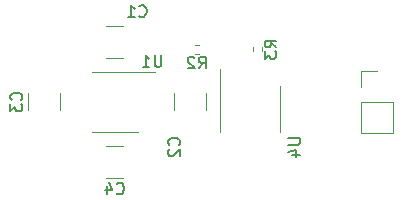
<source format=gbr>
%TF.GenerationSoftware,KiCad,Pcbnew,(6.0.0)*%
%TF.CreationDate,2022-12-15T22:30:45+01:00*%
%TF.ProjectId,current_measurement,63757272-656e-4745-9f6d-656173757265,2.0*%
%TF.SameCoordinates,Original*%
%TF.FileFunction,Legend,Bot*%
%TF.FilePolarity,Positive*%
%FSLAX46Y46*%
G04 Gerber Fmt 4.6, Leading zero omitted, Abs format (unit mm)*
G04 Created by KiCad (PCBNEW (6.0.0)) date 2022-12-15 22:30:45*
%MOMM*%
%LPD*%
G01*
G04 APERTURE LIST*
%ADD10C,0.150000*%
%ADD11C,0.120000*%
G04 APERTURE END LIST*
D10*
%TO.C,C4*%
X105576666Y-78857142D02*
X105624285Y-78904761D01*
X105767142Y-78952380D01*
X105862380Y-78952380D01*
X106005238Y-78904761D01*
X106100476Y-78809523D01*
X106148095Y-78714285D01*
X106195714Y-78523809D01*
X106195714Y-78380952D01*
X106148095Y-78190476D01*
X106100476Y-78095238D01*
X106005238Y-78000000D01*
X105862380Y-77952380D01*
X105767142Y-77952380D01*
X105624285Y-78000000D01*
X105576666Y-78047619D01*
X104719523Y-78285714D02*
X104719523Y-78952380D01*
X104957619Y-77904761D02*
X105195714Y-78619047D01*
X104576666Y-78619047D01*
%TO.C,C3*%
X97487142Y-70953333D02*
X97534761Y-70905714D01*
X97582380Y-70762857D01*
X97582380Y-70667619D01*
X97534761Y-70524761D01*
X97439523Y-70429523D01*
X97344285Y-70381904D01*
X97153809Y-70334285D01*
X97010952Y-70334285D01*
X96820476Y-70381904D01*
X96725238Y-70429523D01*
X96630000Y-70524761D01*
X96582380Y-70667619D01*
X96582380Y-70762857D01*
X96630000Y-70905714D01*
X96677619Y-70953333D01*
X96582380Y-71286666D02*
X96582380Y-71905714D01*
X96963333Y-71572380D01*
X96963333Y-71715238D01*
X97010952Y-71810476D01*
X97058571Y-71858095D01*
X97153809Y-71905714D01*
X97391904Y-71905714D01*
X97487142Y-71858095D01*
X97534761Y-71810476D01*
X97582380Y-71715238D01*
X97582380Y-71429523D01*
X97534761Y-71334285D01*
X97487142Y-71286666D01*
%TO.C,C2*%
X110847142Y-74763333D02*
X110894761Y-74715714D01*
X110942380Y-74572857D01*
X110942380Y-74477619D01*
X110894761Y-74334761D01*
X110799523Y-74239523D01*
X110704285Y-74191904D01*
X110513809Y-74144285D01*
X110370952Y-74144285D01*
X110180476Y-74191904D01*
X110085238Y-74239523D01*
X109990000Y-74334761D01*
X109942380Y-74477619D01*
X109942380Y-74572857D01*
X109990000Y-74715714D01*
X110037619Y-74763333D01*
X110037619Y-75144285D02*
X109990000Y-75191904D01*
X109942380Y-75287142D01*
X109942380Y-75525238D01*
X109990000Y-75620476D01*
X110037619Y-75668095D01*
X110132857Y-75715714D01*
X110228095Y-75715714D01*
X110370952Y-75668095D01*
X110942380Y-75096666D01*
X110942380Y-75715714D01*
%TO.C,C1*%
X107481666Y-63857142D02*
X107529285Y-63904761D01*
X107672142Y-63952380D01*
X107767380Y-63952380D01*
X107910238Y-63904761D01*
X108005476Y-63809523D01*
X108053095Y-63714285D01*
X108100714Y-63523809D01*
X108100714Y-63380952D01*
X108053095Y-63190476D01*
X108005476Y-63095238D01*
X107910238Y-63000000D01*
X107767380Y-62952380D01*
X107672142Y-62952380D01*
X107529285Y-63000000D01*
X107481666Y-63047619D01*
X106529285Y-63952380D02*
X107100714Y-63952380D01*
X106815000Y-63952380D02*
X106815000Y-62952380D01*
X106910238Y-63095238D01*
X107005476Y-63190476D01*
X107100714Y-63238095D01*
%TO.C,U4*%
X120102380Y-74168095D02*
X120911904Y-74168095D01*
X121007142Y-74215714D01*
X121054761Y-74263333D01*
X121102380Y-74358571D01*
X121102380Y-74549047D01*
X121054761Y-74644285D01*
X121007142Y-74691904D01*
X120911904Y-74739523D01*
X120102380Y-74739523D01*
X120435714Y-75644285D02*
X121102380Y-75644285D01*
X120054761Y-75406190D02*
X120769047Y-75168095D01*
X120769047Y-75787142D01*
%TO.C,U1*%
X109346904Y-67172380D02*
X109346904Y-67981904D01*
X109299285Y-68077142D01*
X109251666Y-68124761D01*
X109156428Y-68172380D01*
X108965952Y-68172380D01*
X108870714Y-68124761D01*
X108823095Y-68077142D01*
X108775476Y-67981904D01*
X108775476Y-67172380D01*
X107775476Y-68172380D02*
X108346904Y-68172380D01*
X108061190Y-68172380D02*
X108061190Y-67172380D01*
X108156428Y-67315238D01*
X108251666Y-67410476D01*
X108346904Y-67458095D01*
%TO.C,R3*%
X119097380Y-66508333D02*
X118621190Y-66175000D01*
X119097380Y-65936904D02*
X118097380Y-65936904D01*
X118097380Y-66317857D01*
X118145000Y-66413095D01*
X118192619Y-66460714D01*
X118287857Y-66508333D01*
X118430714Y-66508333D01*
X118525952Y-66460714D01*
X118573571Y-66413095D01*
X118621190Y-66317857D01*
X118621190Y-65936904D01*
X118097380Y-66841666D02*
X118097380Y-67460714D01*
X118478333Y-67127380D01*
X118478333Y-67270238D01*
X118525952Y-67365476D01*
X118573571Y-67413095D01*
X118668809Y-67460714D01*
X118906904Y-67460714D01*
X119002142Y-67413095D01*
X119049761Y-67365476D01*
X119097380Y-67270238D01*
X119097380Y-66984523D01*
X119049761Y-66889285D01*
X119002142Y-66841666D01*
%TO.C,R2*%
X112524166Y-68297380D02*
X112857500Y-67821190D01*
X113095595Y-68297380D02*
X113095595Y-67297380D01*
X112714642Y-67297380D01*
X112619404Y-67345000D01*
X112571785Y-67392619D01*
X112524166Y-67487857D01*
X112524166Y-67630714D01*
X112571785Y-67725952D01*
X112619404Y-67773571D01*
X112714642Y-67821190D01*
X113095595Y-67821190D01*
X112143214Y-67392619D02*
X112095595Y-67345000D01*
X112000357Y-67297380D01*
X111762261Y-67297380D01*
X111667023Y-67345000D01*
X111619404Y-67392619D01*
X111571785Y-67487857D01*
X111571785Y-67583095D01*
X111619404Y-67725952D01*
X112190833Y-68297380D01*
X111571785Y-68297380D01*
D11*
%TO.C,C4*%
X104698748Y-74840000D02*
X106121252Y-74840000D01*
X104698748Y-77560000D02*
X106121252Y-77560000D01*
%TO.C,C3*%
X98070000Y-70408748D02*
X98070000Y-71831252D01*
X100790000Y-70408748D02*
X100790000Y-71831252D01*
%TO.C,C2*%
X110400000Y-70408748D02*
X110400000Y-71831252D01*
X113120000Y-70408748D02*
X113120000Y-71831252D01*
%TO.C,C1*%
X104698748Y-67400000D02*
X106121252Y-67400000D01*
X104698748Y-64680000D02*
X106121252Y-64680000D01*
%TO.C,U4*%
X119400000Y-71755000D02*
X119400000Y-73705000D01*
X119400000Y-71755000D02*
X119400000Y-69805000D01*
X114280000Y-71755000D02*
X114280000Y-73705000D01*
X114280000Y-71755000D02*
X114280000Y-68305000D01*
%TO.C,U1*%
X105410000Y-73680000D02*
X103460000Y-73680000D01*
X105410000Y-73680000D02*
X107360000Y-73680000D01*
X105410000Y-68560000D02*
X103460000Y-68560000D01*
X105410000Y-68560000D02*
X108860000Y-68560000D01*
%TO.C,R3*%
X117855000Y-66842621D02*
X117855000Y-66507379D01*
X117095000Y-66842621D02*
X117095000Y-66507379D01*
%TO.C,R2*%
X112189879Y-67055000D02*
X112525121Y-67055000D01*
X112189879Y-66295000D02*
X112525121Y-66295000D01*
%TO.C,J2*%
X128940000Y-71140000D02*
X126280000Y-71140000D01*
X128940000Y-71140000D02*
X128940000Y-73740000D01*
X128940000Y-73740000D02*
X126280000Y-73740000D01*
X126280000Y-71140000D02*
X126280000Y-73740000D01*
X126280000Y-68540000D02*
X126280000Y-69870000D01*
X127610000Y-68540000D02*
X126280000Y-68540000D01*
%TD*%
M02*

</source>
